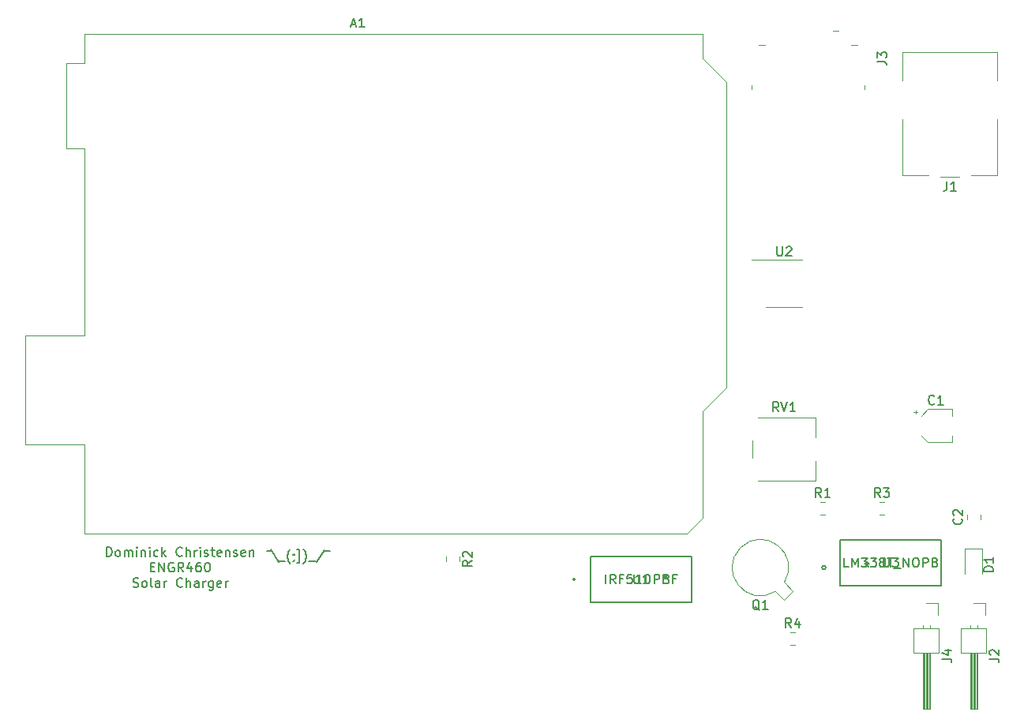
<source format=gbr>
G04 #@! TF.GenerationSoftware,KiCad,Pcbnew,(5.1.5)-3*
G04 #@! TF.CreationDate,2020-04-27T02:41:32-07:00*
G04 #@! TF.ProjectId,SolaRCharger,536f6c61-5243-4686-9172-6765722e6b69,rev?*
G04 #@! TF.SameCoordinates,Original*
G04 #@! TF.FileFunction,Legend,Top*
G04 #@! TF.FilePolarity,Positive*
%FSLAX46Y46*%
G04 Gerber Fmt 4.6, Leading zero omitted, Abs format (unit mm)*
G04 Created by KiCad (PCBNEW (5.1.5)-3) date 2020-04-27 02:41:32*
%MOMM*%
%LPD*%
G04 APERTURE LIST*
%ADD10C,0.150000*%
%ADD11C,0.120000*%
%ADD12C,0.152400*%
G04 APERTURE END LIST*
D10*
X82979047Y-131580000D02*
X83455238Y-131580000D01*
X83407619Y-131437142D02*
X84264761Y-132722857D01*
X84169523Y-132627619D02*
X84931428Y-132627619D01*
X85455238Y-132913333D02*
X85407619Y-132865714D01*
X85312380Y-132722857D01*
X85264761Y-132627619D01*
X85217142Y-132484761D01*
X85169523Y-132246666D01*
X85169523Y-132056190D01*
X85217142Y-131818095D01*
X85264761Y-131675238D01*
X85312380Y-131580000D01*
X85407619Y-131437142D01*
X85455238Y-131389523D01*
X85883809Y-132484761D02*
X85883809Y-132532380D01*
X85836190Y-132627619D01*
X85788571Y-132675238D01*
X85836190Y-131913333D02*
X85883809Y-131960952D01*
X85836190Y-132008571D01*
X85788571Y-131960952D01*
X85836190Y-131913333D01*
X85836190Y-132008571D01*
X86217142Y-132865714D02*
X86455238Y-132865714D01*
X86455238Y-131437142D01*
X86217142Y-131437142D01*
X86883809Y-132913333D02*
X86931428Y-132865714D01*
X87026666Y-132722857D01*
X87074285Y-132627619D01*
X87121904Y-132484761D01*
X87169523Y-132246666D01*
X87169523Y-132056190D01*
X87121904Y-131818095D01*
X87074285Y-131675238D01*
X87026666Y-131580000D01*
X86931428Y-131437142D01*
X86883809Y-131389523D01*
X87407619Y-132627619D02*
X88169523Y-132627619D01*
X89121904Y-131484761D02*
X88264761Y-132770476D01*
X89264761Y-131580000D02*
X89740952Y-131580000D01*
X65779047Y-132152380D02*
X65779047Y-131152380D01*
X66017142Y-131152380D01*
X66160000Y-131200000D01*
X66255238Y-131295238D01*
X66302857Y-131390476D01*
X66350476Y-131580952D01*
X66350476Y-131723809D01*
X66302857Y-131914285D01*
X66255238Y-132009523D01*
X66160000Y-132104761D01*
X66017142Y-132152380D01*
X65779047Y-132152380D01*
X66921904Y-132152380D02*
X66826666Y-132104761D01*
X66779047Y-132057142D01*
X66731428Y-131961904D01*
X66731428Y-131676190D01*
X66779047Y-131580952D01*
X66826666Y-131533333D01*
X66921904Y-131485714D01*
X67064761Y-131485714D01*
X67160000Y-131533333D01*
X67207619Y-131580952D01*
X67255238Y-131676190D01*
X67255238Y-131961904D01*
X67207619Y-132057142D01*
X67160000Y-132104761D01*
X67064761Y-132152380D01*
X66921904Y-132152380D01*
X67683809Y-132152380D02*
X67683809Y-131485714D01*
X67683809Y-131580952D02*
X67731428Y-131533333D01*
X67826666Y-131485714D01*
X67969523Y-131485714D01*
X68064761Y-131533333D01*
X68112380Y-131628571D01*
X68112380Y-132152380D01*
X68112380Y-131628571D02*
X68160000Y-131533333D01*
X68255238Y-131485714D01*
X68398095Y-131485714D01*
X68493333Y-131533333D01*
X68540952Y-131628571D01*
X68540952Y-132152380D01*
X69017142Y-132152380D02*
X69017142Y-131485714D01*
X69017142Y-131152380D02*
X68969523Y-131200000D01*
X69017142Y-131247619D01*
X69064761Y-131200000D01*
X69017142Y-131152380D01*
X69017142Y-131247619D01*
X69493333Y-131485714D02*
X69493333Y-132152380D01*
X69493333Y-131580952D02*
X69540952Y-131533333D01*
X69636190Y-131485714D01*
X69779047Y-131485714D01*
X69874285Y-131533333D01*
X69921904Y-131628571D01*
X69921904Y-132152380D01*
X70398095Y-132152380D02*
X70398095Y-131485714D01*
X70398095Y-131152380D02*
X70350476Y-131200000D01*
X70398095Y-131247619D01*
X70445714Y-131200000D01*
X70398095Y-131152380D01*
X70398095Y-131247619D01*
X71302857Y-132104761D02*
X71207619Y-132152380D01*
X71017142Y-132152380D01*
X70921904Y-132104761D01*
X70874285Y-132057142D01*
X70826666Y-131961904D01*
X70826666Y-131676190D01*
X70874285Y-131580952D01*
X70921904Y-131533333D01*
X71017142Y-131485714D01*
X71207619Y-131485714D01*
X71302857Y-131533333D01*
X71731428Y-132152380D02*
X71731428Y-131152380D01*
X71826666Y-131771428D02*
X72112380Y-132152380D01*
X72112380Y-131485714D02*
X71731428Y-131866666D01*
X73874285Y-132057142D02*
X73826666Y-132104761D01*
X73683809Y-132152380D01*
X73588571Y-132152380D01*
X73445714Y-132104761D01*
X73350476Y-132009523D01*
X73302857Y-131914285D01*
X73255238Y-131723809D01*
X73255238Y-131580952D01*
X73302857Y-131390476D01*
X73350476Y-131295238D01*
X73445714Y-131200000D01*
X73588571Y-131152380D01*
X73683809Y-131152380D01*
X73826666Y-131200000D01*
X73874285Y-131247619D01*
X74302857Y-132152380D02*
X74302857Y-131152380D01*
X74731428Y-132152380D02*
X74731428Y-131628571D01*
X74683809Y-131533333D01*
X74588571Y-131485714D01*
X74445714Y-131485714D01*
X74350476Y-131533333D01*
X74302857Y-131580952D01*
X75207619Y-132152380D02*
X75207619Y-131485714D01*
X75207619Y-131676190D02*
X75255238Y-131580952D01*
X75302857Y-131533333D01*
X75398095Y-131485714D01*
X75493333Y-131485714D01*
X75826666Y-132152380D02*
X75826666Y-131485714D01*
X75826666Y-131152380D02*
X75779047Y-131200000D01*
X75826666Y-131247619D01*
X75874285Y-131200000D01*
X75826666Y-131152380D01*
X75826666Y-131247619D01*
X76255238Y-132104761D02*
X76350476Y-132152380D01*
X76540952Y-132152380D01*
X76636190Y-132104761D01*
X76683809Y-132009523D01*
X76683809Y-131961904D01*
X76636190Y-131866666D01*
X76540952Y-131819047D01*
X76398095Y-131819047D01*
X76302857Y-131771428D01*
X76255238Y-131676190D01*
X76255238Y-131628571D01*
X76302857Y-131533333D01*
X76398095Y-131485714D01*
X76540952Y-131485714D01*
X76636190Y-131533333D01*
X76969523Y-131485714D02*
X77350476Y-131485714D01*
X77112380Y-131152380D02*
X77112380Y-132009523D01*
X77160000Y-132104761D01*
X77255238Y-132152380D01*
X77350476Y-132152380D01*
X78064761Y-132104761D02*
X77969523Y-132152380D01*
X77779047Y-132152380D01*
X77683809Y-132104761D01*
X77636190Y-132009523D01*
X77636190Y-131628571D01*
X77683809Y-131533333D01*
X77779047Y-131485714D01*
X77969523Y-131485714D01*
X78064761Y-131533333D01*
X78112380Y-131628571D01*
X78112380Y-131723809D01*
X77636190Y-131819047D01*
X78540952Y-131485714D02*
X78540952Y-132152380D01*
X78540952Y-131580952D02*
X78588571Y-131533333D01*
X78683809Y-131485714D01*
X78826666Y-131485714D01*
X78921904Y-131533333D01*
X78969523Y-131628571D01*
X78969523Y-132152380D01*
X79398095Y-132104761D02*
X79493333Y-132152380D01*
X79683809Y-132152380D01*
X79779047Y-132104761D01*
X79826666Y-132009523D01*
X79826666Y-131961904D01*
X79779047Y-131866666D01*
X79683809Y-131819047D01*
X79540952Y-131819047D01*
X79445714Y-131771428D01*
X79398095Y-131676190D01*
X79398095Y-131628571D01*
X79445714Y-131533333D01*
X79540952Y-131485714D01*
X79683809Y-131485714D01*
X79779047Y-131533333D01*
X80636190Y-132104761D02*
X80540952Y-132152380D01*
X80350476Y-132152380D01*
X80255238Y-132104761D01*
X80207619Y-132009523D01*
X80207619Y-131628571D01*
X80255238Y-131533333D01*
X80350476Y-131485714D01*
X80540952Y-131485714D01*
X80636190Y-131533333D01*
X80683809Y-131628571D01*
X80683809Y-131723809D01*
X80207619Y-131819047D01*
X81112380Y-131485714D02*
X81112380Y-132152380D01*
X81112380Y-131580952D02*
X81160000Y-131533333D01*
X81255238Y-131485714D01*
X81398095Y-131485714D01*
X81493333Y-131533333D01*
X81540952Y-131628571D01*
X81540952Y-132152380D01*
X70493333Y-133278571D02*
X70826666Y-133278571D01*
X70969523Y-133802380D02*
X70493333Y-133802380D01*
X70493333Y-132802380D01*
X70969523Y-132802380D01*
X71398095Y-133802380D02*
X71398095Y-132802380D01*
X71969523Y-133802380D01*
X71969523Y-132802380D01*
X72969523Y-132850000D02*
X72874285Y-132802380D01*
X72731428Y-132802380D01*
X72588571Y-132850000D01*
X72493333Y-132945238D01*
X72445714Y-133040476D01*
X72398095Y-133230952D01*
X72398095Y-133373809D01*
X72445714Y-133564285D01*
X72493333Y-133659523D01*
X72588571Y-133754761D01*
X72731428Y-133802380D01*
X72826666Y-133802380D01*
X72969523Y-133754761D01*
X73017142Y-133707142D01*
X73017142Y-133373809D01*
X72826666Y-133373809D01*
X74017142Y-133802380D02*
X73683809Y-133326190D01*
X73445714Y-133802380D02*
X73445714Y-132802380D01*
X73826666Y-132802380D01*
X73921904Y-132850000D01*
X73969523Y-132897619D01*
X74017142Y-132992857D01*
X74017142Y-133135714D01*
X73969523Y-133230952D01*
X73921904Y-133278571D01*
X73826666Y-133326190D01*
X73445714Y-133326190D01*
X74874285Y-133135714D02*
X74874285Y-133802380D01*
X74636190Y-132754761D02*
X74398095Y-133469047D01*
X75017142Y-133469047D01*
X75826666Y-132802380D02*
X75636190Y-132802380D01*
X75540952Y-132850000D01*
X75493333Y-132897619D01*
X75398095Y-133040476D01*
X75350476Y-133230952D01*
X75350476Y-133611904D01*
X75398095Y-133707142D01*
X75445714Y-133754761D01*
X75540952Y-133802380D01*
X75731428Y-133802380D01*
X75826666Y-133754761D01*
X75874285Y-133707142D01*
X75921904Y-133611904D01*
X75921904Y-133373809D01*
X75874285Y-133278571D01*
X75826666Y-133230952D01*
X75731428Y-133183333D01*
X75540952Y-133183333D01*
X75445714Y-133230952D01*
X75398095Y-133278571D01*
X75350476Y-133373809D01*
X76540952Y-132802380D02*
X76636190Y-132802380D01*
X76731428Y-132850000D01*
X76779047Y-132897619D01*
X76826666Y-132992857D01*
X76874285Y-133183333D01*
X76874285Y-133421428D01*
X76826666Y-133611904D01*
X76779047Y-133707142D01*
X76731428Y-133754761D01*
X76636190Y-133802380D01*
X76540952Y-133802380D01*
X76445714Y-133754761D01*
X76398095Y-133707142D01*
X76350476Y-133611904D01*
X76302857Y-133421428D01*
X76302857Y-133183333D01*
X76350476Y-132992857D01*
X76398095Y-132897619D01*
X76445714Y-132850000D01*
X76540952Y-132802380D01*
X68612380Y-135404761D02*
X68755238Y-135452380D01*
X68993333Y-135452380D01*
X69088571Y-135404761D01*
X69136190Y-135357142D01*
X69183809Y-135261904D01*
X69183809Y-135166666D01*
X69136190Y-135071428D01*
X69088571Y-135023809D01*
X68993333Y-134976190D01*
X68802857Y-134928571D01*
X68707619Y-134880952D01*
X68660000Y-134833333D01*
X68612380Y-134738095D01*
X68612380Y-134642857D01*
X68660000Y-134547619D01*
X68707619Y-134500000D01*
X68802857Y-134452380D01*
X69040952Y-134452380D01*
X69183809Y-134500000D01*
X69755238Y-135452380D02*
X69660000Y-135404761D01*
X69612380Y-135357142D01*
X69564761Y-135261904D01*
X69564761Y-134976190D01*
X69612380Y-134880952D01*
X69660000Y-134833333D01*
X69755238Y-134785714D01*
X69898095Y-134785714D01*
X69993333Y-134833333D01*
X70040952Y-134880952D01*
X70088571Y-134976190D01*
X70088571Y-135261904D01*
X70040952Y-135357142D01*
X69993333Y-135404761D01*
X69898095Y-135452380D01*
X69755238Y-135452380D01*
X70660000Y-135452380D02*
X70564761Y-135404761D01*
X70517142Y-135309523D01*
X70517142Y-134452380D01*
X71469523Y-135452380D02*
X71469523Y-134928571D01*
X71421904Y-134833333D01*
X71326666Y-134785714D01*
X71136190Y-134785714D01*
X71040952Y-134833333D01*
X71469523Y-135404761D02*
X71374285Y-135452380D01*
X71136190Y-135452380D01*
X71040952Y-135404761D01*
X70993333Y-135309523D01*
X70993333Y-135214285D01*
X71040952Y-135119047D01*
X71136190Y-135071428D01*
X71374285Y-135071428D01*
X71469523Y-135023809D01*
X71945714Y-135452380D02*
X71945714Y-134785714D01*
X71945714Y-134976190D02*
X71993333Y-134880952D01*
X72040952Y-134833333D01*
X72136190Y-134785714D01*
X72231428Y-134785714D01*
X73898095Y-135357142D02*
X73850476Y-135404761D01*
X73707619Y-135452380D01*
X73612380Y-135452380D01*
X73469523Y-135404761D01*
X73374285Y-135309523D01*
X73326666Y-135214285D01*
X73279047Y-135023809D01*
X73279047Y-134880952D01*
X73326666Y-134690476D01*
X73374285Y-134595238D01*
X73469523Y-134500000D01*
X73612380Y-134452380D01*
X73707619Y-134452380D01*
X73850476Y-134500000D01*
X73898095Y-134547619D01*
X74326666Y-135452380D02*
X74326666Y-134452380D01*
X74755238Y-135452380D02*
X74755238Y-134928571D01*
X74707619Y-134833333D01*
X74612380Y-134785714D01*
X74469523Y-134785714D01*
X74374285Y-134833333D01*
X74326666Y-134880952D01*
X75660000Y-135452380D02*
X75660000Y-134928571D01*
X75612380Y-134833333D01*
X75517142Y-134785714D01*
X75326666Y-134785714D01*
X75231428Y-134833333D01*
X75660000Y-135404761D02*
X75564761Y-135452380D01*
X75326666Y-135452380D01*
X75231428Y-135404761D01*
X75183809Y-135309523D01*
X75183809Y-135214285D01*
X75231428Y-135119047D01*
X75326666Y-135071428D01*
X75564761Y-135071428D01*
X75660000Y-135023809D01*
X76136190Y-135452380D02*
X76136190Y-134785714D01*
X76136190Y-134976190D02*
X76183809Y-134880952D01*
X76231428Y-134833333D01*
X76326666Y-134785714D01*
X76421904Y-134785714D01*
X77183809Y-134785714D02*
X77183809Y-135595238D01*
X77136190Y-135690476D01*
X77088571Y-135738095D01*
X76993333Y-135785714D01*
X76850476Y-135785714D01*
X76755238Y-135738095D01*
X77183809Y-135404761D02*
X77088571Y-135452380D01*
X76898095Y-135452380D01*
X76802857Y-135404761D01*
X76755238Y-135357142D01*
X76707619Y-135261904D01*
X76707619Y-134976190D01*
X76755238Y-134880952D01*
X76802857Y-134833333D01*
X76898095Y-134785714D01*
X77088571Y-134785714D01*
X77183809Y-134833333D01*
X78040952Y-135404761D02*
X77945714Y-135452380D01*
X77755238Y-135452380D01*
X77660000Y-135404761D01*
X77612380Y-135309523D01*
X77612380Y-134928571D01*
X77660000Y-134833333D01*
X77755238Y-134785714D01*
X77945714Y-134785714D01*
X78040952Y-134833333D01*
X78088571Y-134928571D01*
X78088571Y-135023809D01*
X77612380Y-135119047D01*
X78517142Y-135452380D02*
X78517142Y-134785714D01*
X78517142Y-134976190D02*
X78564761Y-134880952D01*
X78612380Y-134833333D01*
X78707619Y-134785714D01*
X78802857Y-134785714D01*
D11*
X129670000Y-116590000D02*
X132210000Y-114050000D01*
X129670000Y-128020000D02*
X129670000Y-116590000D01*
X128020000Y-129670000D02*
X129670000Y-128020000D01*
X63370000Y-129670000D02*
X128020000Y-129670000D01*
X63370000Y-120140000D02*
X63370000Y-129670000D01*
X57020000Y-120140000D02*
X63370000Y-120140000D01*
X57020000Y-108460000D02*
X57020000Y-120140000D01*
X63370000Y-108460000D02*
X57020000Y-108460000D01*
X63370000Y-88390000D02*
X63370000Y-108460000D01*
X61470000Y-88390000D02*
X63370000Y-88390000D01*
X61470000Y-79250000D02*
X61470000Y-88390000D01*
X63370000Y-79250000D02*
X61470000Y-79250000D01*
X63370000Y-76070000D02*
X63370000Y-79250000D01*
X129670000Y-76070000D02*
X63370000Y-76070000D01*
X129670000Y-78740000D02*
X129670000Y-76070000D01*
X132210000Y-81280000D02*
X129670000Y-78740000D01*
X132210000Y-114050000D02*
X132210000Y-81280000D01*
X157210000Y-91470000D02*
X155210000Y-91470000D01*
X161320000Y-78060000D02*
X161320000Y-81120000D01*
X151100000Y-78060000D02*
X161320000Y-78060000D01*
X151100000Y-81120000D02*
X151100000Y-78060000D01*
X151100000Y-91280000D02*
X151100000Y-85220000D01*
X153910000Y-91280000D02*
X151100000Y-91280000D01*
X161320000Y-91280000D02*
X158510000Y-91280000D01*
X161320000Y-85220000D02*
X161320000Y-91280000D01*
D12*
X142887700Y-133350000D02*
G75*
G03X142887700Y-133350000I-203200J0D01*
G01*
X144462500Y-130365500D02*
X144462500Y-135318500D01*
X155257500Y-130365500D02*
X144462500Y-130365500D01*
X155257500Y-135318500D02*
X155257500Y-130365500D01*
X144462500Y-135318500D02*
X155257500Y-135318500D01*
D11*
X138430000Y-100310000D02*
X134980000Y-100310000D01*
X138430000Y-100310000D02*
X140380000Y-100310000D01*
X138430000Y-105430000D02*
X136480000Y-105430000D01*
X138430000Y-105430000D02*
X140380000Y-105430000D01*
D12*
X116054200Y-134620000D02*
G75*
G03X116054200Y-134620000I-127000J0D01*
G01*
X117705200Y-132168900D02*
X117705200Y-137071100D01*
X128474800Y-132168900D02*
X117705200Y-132168900D01*
X128474800Y-137071100D02*
X128474800Y-132168900D01*
X117705200Y-137071100D02*
X128474800Y-137071100D01*
D11*
X141800000Y-121890000D02*
X141800000Y-124020000D01*
X141800000Y-117279000D02*
X141800000Y-119410000D01*
X135060000Y-119741000D02*
X135060000Y-121560000D01*
X135596000Y-124020000D02*
X141800000Y-124020000D01*
X135596000Y-117279000D02*
X141800000Y-117279000D01*
X139108922Y-141680000D02*
X139626078Y-141680000D01*
X139108922Y-140260000D02*
X139626078Y-140260000D01*
X148663922Y-127710000D02*
X149181078Y-127710000D01*
X148663922Y-126290000D02*
X149181078Y-126290000D01*
X102160000Y-132153922D02*
X102160000Y-132671078D01*
X103580000Y-132153922D02*
X103580000Y-132671078D01*
X142313922Y-127710000D02*
X142831078Y-127710000D01*
X142313922Y-126290000D02*
X142831078Y-126290000D01*
X138462150Y-134932544D02*
G75*
G03X137472331Y-135922281I-2572150J1582544D01*
G01*
X139374448Y-135844499D02*
X138462281Y-134932331D01*
X138384499Y-136834448D02*
X139374448Y-135844499D01*
X137472331Y-135922281D02*
X138384499Y-136834448D01*
X154940000Y-137160000D02*
X154940000Y-138430000D01*
X153670000Y-137160000D02*
X154940000Y-137160000D01*
X153290000Y-139540000D02*
X153290000Y-139870000D01*
X154050000Y-139540000D02*
X154050000Y-139870000D01*
X153390000Y-142530000D02*
X153390000Y-148530000D01*
X153510000Y-142530000D02*
X153510000Y-148530000D01*
X153630000Y-142530000D02*
X153630000Y-148530000D01*
X153750000Y-142530000D02*
X153750000Y-148530000D01*
X153870000Y-142530000D02*
X153870000Y-148530000D01*
X153990000Y-142530000D02*
X153990000Y-148530000D01*
X153290000Y-148530000D02*
X153290000Y-142530000D01*
X154050000Y-148530000D02*
X153290000Y-148530000D01*
X154050000Y-142530000D02*
X154050000Y-148530000D01*
X155000000Y-142530000D02*
X155000000Y-139870000D01*
X152340000Y-142530000D02*
X155000000Y-142530000D01*
X152340000Y-139870000D02*
X152340000Y-142530000D01*
X155000000Y-139870000D02*
X152340000Y-139870000D01*
X143670000Y-75805000D02*
X144270000Y-75805000D01*
X136360000Y-77315000D02*
X135680000Y-77315000D01*
X134910000Y-82055000D02*
X134910000Y-81655000D01*
X147030000Y-82055000D02*
X147030000Y-81655000D01*
X145580000Y-77315000D02*
X146260000Y-77315000D01*
X160020000Y-137160000D02*
X160020000Y-138430000D01*
X158750000Y-137160000D02*
X160020000Y-137160000D01*
X158370000Y-139540000D02*
X158370000Y-139870000D01*
X159130000Y-139540000D02*
X159130000Y-139870000D01*
X158470000Y-142530000D02*
X158470000Y-148530000D01*
X158590000Y-142530000D02*
X158590000Y-148530000D01*
X158710000Y-142530000D02*
X158710000Y-148530000D01*
X158830000Y-142530000D02*
X158830000Y-148530000D01*
X158950000Y-142530000D02*
X158950000Y-148530000D01*
X159070000Y-142530000D02*
X159070000Y-148530000D01*
X158370000Y-148530000D02*
X158370000Y-142530000D01*
X159130000Y-148530000D02*
X158370000Y-148530000D01*
X159130000Y-142530000D02*
X159130000Y-148530000D01*
X160080000Y-142530000D02*
X160080000Y-139870000D01*
X157420000Y-142530000D02*
X160080000Y-142530000D01*
X157420000Y-139870000D02*
X157420000Y-142530000D01*
X160080000Y-139870000D02*
X157420000Y-139870000D01*
X157790000Y-131332500D02*
X157790000Y-134017500D01*
X159710000Y-131332500D02*
X157790000Y-131332500D01*
X159710000Y-134017500D02*
X159710000Y-131332500D01*
X159460000Y-128196078D02*
X159460000Y-127678922D01*
X158040000Y-128196078D02*
X158040000Y-127678922D01*
X152522500Y-116487500D02*
X152522500Y-116862500D01*
X152335000Y-116675000D02*
X152710000Y-116675000D01*
X153139437Y-119170000D02*
X153839437Y-119870000D01*
X153139437Y-117050000D02*
X153839437Y-116350000D01*
X153839437Y-119870000D02*
X156470000Y-119870000D01*
X153839437Y-116350000D02*
X156470000Y-116350000D01*
X156470000Y-116350000D02*
X156470000Y-117050000D01*
X156470000Y-119870000D02*
X156470000Y-119170000D01*
D10*
X91995714Y-75096666D02*
X92471904Y-75096666D01*
X91900476Y-75382380D02*
X92233809Y-74382380D01*
X92567142Y-75382380D01*
X93424285Y-75382380D02*
X92852857Y-75382380D01*
X93138571Y-75382380D02*
X93138571Y-74382380D01*
X93043333Y-74525238D01*
X92948095Y-74620476D01*
X92852857Y-74668095D01*
X155876666Y-91922380D02*
X155876666Y-92636666D01*
X155829047Y-92779523D01*
X155733809Y-92874761D01*
X155590952Y-92922380D01*
X155495714Y-92922380D01*
X156876666Y-92922380D02*
X156305238Y-92922380D01*
X156590952Y-92922380D02*
X156590952Y-91922380D01*
X156495714Y-92065238D01*
X156400476Y-92160476D01*
X156305238Y-92208095D01*
X149098095Y-132294380D02*
X149098095Y-133103904D01*
X149145714Y-133199142D01*
X149193333Y-133246761D01*
X149288571Y-133294380D01*
X149479047Y-133294380D01*
X149574285Y-133246761D01*
X149621904Y-133199142D01*
X149669523Y-133103904D01*
X149669523Y-132294380D01*
X150050476Y-132294380D02*
X150669523Y-132294380D01*
X150336190Y-132675333D01*
X150479047Y-132675333D01*
X150574285Y-132722952D01*
X150621904Y-132770571D01*
X150669523Y-132865809D01*
X150669523Y-133103904D01*
X150621904Y-133199142D01*
X150574285Y-133246761D01*
X150479047Y-133294380D01*
X150193333Y-133294380D01*
X150098095Y-133246761D01*
X150050476Y-133199142D01*
X145360000Y-133294380D02*
X144883809Y-133294380D01*
X144883809Y-132294380D01*
X145693333Y-133294380D02*
X145693333Y-132294380D01*
X146026666Y-133008666D01*
X146360000Y-132294380D01*
X146360000Y-133294380D01*
X146740952Y-132294380D02*
X147360000Y-132294380D01*
X147026666Y-132675333D01*
X147169523Y-132675333D01*
X147264761Y-132722952D01*
X147312380Y-132770571D01*
X147360000Y-132865809D01*
X147360000Y-133103904D01*
X147312380Y-133199142D01*
X147264761Y-133246761D01*
X147169523Y-133294380D01*
X146883809Y-133294380D01*
X146788571Y-133246761D01*
X146740952Y-133199142D01*
X147693333Y-132294380D02*
X148312380Y-132294380D01*
X147979047Y-132675333D01*
X148121904Y-132675333D01*
X148217142Y-132722952D01*
X148264761Y-132770571D01*
X148312380Y-132865809D01*
X148312380Y-133103904D01*
X148264761Y-133199142D01*
X148217142Y-133246761D01*
X148121904Y-133294380D01*
X147836190Y-133294380D01*
X147740952Y-133246761D01*
X147693333Y-133199142D01*
X148883809Y-132722952D02*
X148788571Y-132675333D01*
X148740952Y-132627714D01*
X148693333Y-132532476D01*
X148693333Y-132484857D01*
X148740952Y-132389619D01*
X148788571Y-132342000D01*
X148883809Y-132294380D01*
X149074285Y-132294380D01*
X149169523Y-132342000D01*
X149217142Y-132389619D01*
X149264761Y-132484857D01*
X149264761Y-132532476D01*
X149217142Y-132627714D01*
X149169523Y-132675333D01*
X149074285Y-132722952D01*
X148883809Y-132722952D01*
X148788571Y-132770571D01*
X148740952Y-132818190D01*
X148693333Y-132913428D01*
X148693333Y-133103904D01*
X148740952Y-133199142D01*
X148788571Y-133246761D01*
X148883809Y-133294380D01*
X149074285Y-133294380D01*
X149169523Y-133246761D01*
X149217142Y-133199142D01*
X149264761Y-133103904D01*
X149264761Y-132913428D01*
X149217142Y-132818190D01*
X149169523Y-132770571D01*
X149074285Y-132722952D01*
X149550476Y-132294380D02*
X150121904Y-132294380D01*
X149836190Y-133294380D02*
X149836190Y-132294380D01*
X150217142Y-133389619D02*
X150979047Y-133389619D01*
X151217142Y-133294380D02*
X151217142Y-132294380D01*
X151788571Y-133294380D01*
X151788571Y-132294380D01*
X152455238Y-132294380D02*
X152645714Y-132294380D01*
X152740952Y-132342000D01*
X152836190Y-132437238D01*
X152883809Y-132627714D01*
X152883809Y-132961047D01*
X152836190Y-133151523D01*
X152740952Y-133246761D01*
X152645714Y-133294380D01*
X152455238Y-133294380D01*
X152360000Y-133246761D01*
X152264761Y-133151523D01*
X152217142Y-132961047D01*
X152217142Y-132627714D01*
X152264761Y-132437238D01*
X152360000Y-132342000D01*
X152455238Y-132294380D01*
X153312380Y-133294380D02*
X153312380Y-132294380D01*
X153693333Y-132294380D01*
X153788571Y-132342000D01*
X153836190Y-132389619D01*
X153883809Y-132484857D01*
X153883809Y-132627714D01*
X153836190Y-132722952D01*
X153788571Y-132770571D01*
X153693333Y-132818190D01*
X153312380Y-132818190D01*
X154645714Y-132770571D02*
X154788571Y-132818190D01*
X154836190Y-132865809D01*
X154883809Y-132961047D01*
X154883809Y-133103904D01*
X154836190Y-133199142D01*
X154788571Y-133246761D01*
X154693333Y-133294380D01*
X154312380Y-133294380D01*
X154312380Y-132294380D01*
X154645714Y-132294380D01*
X154740952Y-132342000D01*
X154788571Y-132389619D01*
X154836190Y-132484857D01*
X154836190Y-132580095D01*
X154788571Y-132675333D01*
X154740952Y-132722952D01*
X154645714Y-132770571D01*
X154312380Y-132770571D01*
X147320000Y-132802380D02*
X147320000Y-133040476D01*
X147081904Y-132945238D02*
X147320000Y-133040476D01*
X147558095Y-132945238D01*
X147177142Y-133230952D02*
X147320000Y-133040476D01*
X147462857Y-133230952D01*
X137668095Y-98922380D02*
X137668095Y-99731904D01*
X137715714Y-99827142D01*
X137763333Y-99874761D01*
X137858571Y-99922380D01*
X138049047Y-99922380D01*
X138144285Y-99874761D01*
X138191904Y-99827142D01*
X138239523Y-99731904D01*
X138239523Y-98922380D01*
X138668095Y-99017619D02*
X138715714Y-98970000D01*
X138810952Y-98922380D01*
X139049047Y-98922380D01*
X139144285Y-98970000D01*
X139191904Y-99017619D01*
X139239523Y-99112857D01*
X139239523Y-99208095D01*
X139191904Y-99350952D01*
X138620476Y-99922380D01*
X139239523Y-99922380D01*
X122328095Y-134072380D02*
X122328095Y-134881904D01*
X122375714Y-134977142D01*
X122423333Y-135024761D01*
X122518571Y-135072380D01*
X122709047Y-135072380D01*
X122804285Y-135024761D01*
X122851904Y-134977142D01*
X122899523Y-134881904D01*
X122899523Y-134072380D01*
X123899523Y-135072380D02*
X123328095Y-135072380D01*
X123613809Y-135072380D02*
X123613809Y-134072380D01*
X123518571Y-134215238D01*
X123423333Y-134310476D01*
X123328095Y-134358095D01*
X119304285Y-135072380D02*
X119304285Y-134072380D01*
X120351904Y-135072380D02*
X120018571Y-134596190D01*
X119780476Y-135072380D02*
X119780476Y-134072380D01*
X120161428Y-134072380D01*
X120256666Y-134120000D01*
X120304285Y-134167619D01*
X120351904Y-134262857D01*
X120351904Y-134405714D01*
X120304285Y-134500952D01*
X120256666Y-134548571D01*
X120161428Y-134596190D01*
X119780476Y-134596190D01*
X121113809Y-134548571D02*
X120780476Y-134548571D01*
X120780476Y-135072380D02*
X120780476Y-134072380D01*
X121256666Y-134072380D01*
X122113809Y-134072380D02*
X121637619Y-134072380D01*
X121590000Y-134548571D01*
X121637619Y-134500952D01*
X121732857Y-134453333D01*
X121970952Y-134453333D01*
X122066190Y-134500952D01*
X122113809Y-134548571D01*
X122161428Y-134643809D01*
X122161428Y-134881904D01*
X122113809Y-134977142D01*
X122066190Y-135024761D01*
X121970952Y-135072380D01*
X121732857Y-135072380D01*
X121637619Y-135024761D01*
X121590000Y-134977142D01*
X123113809Y-135072380D02*
X122542380Y-135072380D01*
X122828095Y-135072380D02*
X122828095Y-134072380D01*
X122732857Y-134215238D01*
X122637619Y-134310476D01*
X122542380Y-134358095D01*
X123732857Y-134072380D02*
X123828095Y-134072380D01*
X123923333Y-134120000D01*
X123970952Y-134167619D01*
X124018571Y-134262857D01*
X124066190Y-134453333D01*
X124066190Y-134691428D01*
X124018571Y-134881904D01*
X123970952Y-134977142D01*
X123923333Y-135024761D01*
X123828095Y-135072380D01*
X123732857Y-135072380D01*
X123637619Y-135024761D01*
X123590000Y-134977142D01*
X123542380Y-134881904D01*
X123494761Y-134691428D01*
X123494761Y-134453333D01*
X123542380Y-134262857D01*
X123590000Y-134167619D01*
X123637619Y-134120000D01*
X123732857Y-134072380D01*
X124494761Y-135072380D02*
X124494761Y-134072380D01*
X124875714Y-134072380D01*
X124970952Y-134120000D01*
X125018571Y-134167619D01*
X125066190Y-134262857D01*
X125066190Y-134405714D01*
X125018571Y-134500952D01*
X124970952Y-134548571D01*
X124875714Y-134596190D01*
X124494761Y-134596190D01*
X125828095Y-134548571D02*
X125970952Y-134596190D01*
X126018571Y-134643809D01*
X126066190Y-134739047D01*
X126066190Y-134881904D01*
X126018571Y-134977142D01*
X125970952Y-135024761D01*
X125875714Y-135072380D01*
X125494761Y-135072380D01*
X125494761Y-134072380D01*
X125828095Y-134072380D01*
X125923333Y-134120000D01*
X125970952Y-134167619D01*
X126018571Y-134262857D01*
X126018571Y-134358095D01*
X125970952Y-134453333D01*
X125923333Y-134500952D01*
X125828095Y-134548571D01*
X125494761Y-134548571D01*
X126828095Y-134548571D02*
X126494761Y-134548571D01*
X126494761Y-135072380D02*
X126494761Y-134072380D01*
X126970952Y-134072380D01*
X125730000Y-134072380D02*
X125730000Y-134310476D01*
X125491904Y-134215238D02*
X125730000Y-134310476D01*
X125968095Y-134215238D01*
X125587142Y-134500952D02*
X125730000Y-134310476D01*
X125872857Y-134500952D01*
X137834761Y-116602380D02*
X137501428Y-116126190D01*
X137263333Y-116602380D02*
X137263333Y-115602380D01*
X137644285Y-115602380D01*
X137739523Y-115650000D01*
X137787142Y-115697619D01*
X137834761Y-115792857D01*
X137834761Y-115935714D01*
X137787142Y-116030952D01*
X137739523Y-116078571D01*
X137644285Y-116126190D01*
X137263333Y-116126190D01*
X138120476Y-115602380D02*
X138453809Y-116602380D01*
X138787142Y-115602380D01*
X139644285Y-116602380D02*
X139072857Y-116602380D01*
X139358571Y-116602380D02*
X139358571Y-115602380D01*
X139263333Y-115745238D01*
X139168095Y-115840476D01*
X139072857Y-115888095D01*
X139200833Y-139772380D02*
X138867500Y-139296190D01*
X138629404Y-139772380D02*
X138629404Y-138772380D01*
X139010357Y-138772380D01*
X139105595Y-138820000D01*
X139153214Y-138867619D01*
X139200833Y-138962857D01*
X139200833Y-139105714D01*
X139153214Y-139200952D01*
X139105595Y-139248571D01*
X139010357Y-139296190D01*
X138629404Y-139296190D01*
X140057976Y-139105714D02*
X140057976Y-139772380D01*
X139819880Y-138724761D02*
X139581785Y-139439047D01*
X140200833Y-139439047D01*
X148755833Y-125802380D02*
X148422500Y-125326190D01*
X148184404Y-125802380D02*
X148184404Y-124802380D01*
X148565357Y-124802380D01*
X148660595Y-124850000D01*
X148708214Y-124897619D01*
X148755833Y-124992857D01*
X148755833Y-125135714D01*
X148708214Y-125230952D01*
X148660595Y-125278571D01*
X148565357Y-125326190D01*
X148184404Y-125326190D01*
X149089166Y-124802380D02*
X149708214Y-124802380D01*
X149374880Y-125183333D01*
X149517738Y-125183333D01*
X149612976Y-125230952D01*
X149660595Y-125278571D01*
X149708214Y-125373809D01*
X149708214Y-125611904D01*
X149660595Y-125707142D01*
X149612976Y-125754761D01*
X149517738Y-125802380D01*
X149232023Y-125802380D01*
X149136785Y-125754761D01*
X149089166Y-125707142D01*
X104972380Y-132579166D02*
X104496190Y-132912500D01*
X104972380Y-133150595D02*
X103972380Y-133150595D01*
X103972380Y-132769642D01*
X104020000Y-132674404D01*
X104067619Y-132626785D01*
X104162857Y-132579166D01*
X104305714Y-132579166D01*
X104400952Y-132626785D01*
X104448571Y-132674404D01*
X104496190Y-132769642D01*
X104496190Y-133150595D01*
X104067619Y-132198214D02*
X104020000Y-132150595D01*
X103972380Y-132055357D01*
X103972380Y-131817261D01*
X104020000Y-131722023D01*
X104067619Y-131674404D01*
X104162857Y-131626785D01*
X104258095Y-131626785D01*
X104400952Y-131674404D01*
X104972380Y-132245833D01*
X104972380Y-131626785D01*
X142405833Y-125802380D02*
X142072500Y-125326190D01*
X141834404Y-125802380D02*
X141834404Y-124802380D01*
X142215357Y-124802380D01*
X142310595Y-124850000D01*
X142358214Y-124897619D01*
X142405833Y-124992857D01*
X142405833Y-125135714D01*
X142358214Y-125230952D01*
X142310595Y-125278571D01*
X142215357Y-125326190D01*
X141834404Y-125326190D01*
X143358214Y-125802380D02*
X142786785Y-125802380D01*
X143072500Y-125802380D02*
X143072500Y-124802380D01*
X142977261Y-124945238D01*
X142882023Y-125040476D01*
X142786785Y-125088095D01*
X135794761Y-137917619D02*
X135699523Y-137870000D01*
X135604285Y-137774761D01*
X135461428Y-137631904D01*
X135366190Y-137584285D01*
X135270952Y-137584285D01*
X135318571Y-137822380D02*
X135223333Y-137774761D01*
X135128095Y-137679523D01*
X135080476Y-137489047D01*
X135080476Y-137155714D01*
X135128095Y-136965238D01*
X135223333Y-136870000D01*
X135318571Y-136822380D01*
X135509047Y-136822380D01*
X135604285Y-136870000D01*
X135699523Y-136965238D01*
X135747142Y-137155714D01*
X135747142Y-137489047D01*
X135699523Y-137679523D01*
X135604285Y-137774761D01*
X135509047Y-137822380D01*
X135318571Y-137822380D01*
X136699523Y-137822380D02*
X136128095Y-137822380D01*
X136413809Y-137822380D02*
X136413809Y-136822380D01*
X136318571Y-136965238D01*
X136223333Y-137060476D01*
X136128095Y-137108095D01*
X155392380Y-143148333D02*
X156106666Y-143148333D01*
X156249523Y-143195952D01*
X156344761Y-143291190D01*
X156392380Y-143434047D01*
X156392380Y-143529285D01*
X155725714Y-142243571D02*
X156392380Y-142243571D01*
X155344761Y-142481666D02*
X156059047Y-142719761D01*
X156059047Y-142100714D01*
X148422380Y-79073333D02*
X149136666Y-79073333D01*
X149279523Y-79120952D01*
X149374761Y-79216190D01*
X149422380Y-79359047D01*
X149422380Y-79454285D01*
X148422380Y-78692380D02*
X148422380Y-78073333D01*
X148803333Y-78406666D01*
X148803333Y-78263809D01*
X148850952Y-78168571D01*
X148898571Y-78120952D01*
X148993809Y-78073333D01*
X149231904Y-78073333D01*
X149327142Y-78120952D01*
X149374761Y-78168571D01*
X149422380Y-78263809D01*
X149422380Y-78549523D01*
X149374761Y-78644761D01*
X149327142Y-78692380D01*
X160472380Y-143148333D02*
X161186666Y-143148333D01*
X161329523Y-143195952D01*
X161424761Y-143291190D01*
X161472380Y-143434047D01*
X161472380Y-143529285D01*
X160567619Y-142719761D02*
X160520000Y-142672142D01*
X160472380Y-142576904D01*
X160472380Y-142338809D01*
X160520000Y-142243571D01*
X160567619Y-142195952D01*
X160662857Y-142148333D01*
X160758095Y-142148333D01*
X160900952Y-142195952D01*
X161472380Y-142767380D01*
X161472380Y-142148333D01*
X160852380Y-133755595D02*
X159852380Y-133755595D01*
X159852380Y-133517500D01*
X159900000Y-133374642D01*
X159995238Y-133279404D01*
X160090476Y-133231785D01*
X160280952Y-133184166D01*
X160423809Y-133184166D01*
X160614285Y-133231785D01*
X160709523Y-133279404D01*
X160804761Y-133374642D01*
X160852380Y-133517500D01*
X160852380Y-133755595D01*
X160852380Y-132231785D02*
X160852380Y-132803214D01*
X160852380Y-132517500D02*
X159852380Y-132517500D01*
X159995238Y-132612738D01*
X160090476Y-132707976D01*
X160138095Y-132803214D01*
X157457142Y-128104166D02*
X157504761Y-128151785D01*
X157552380Y-128294642D01*
X157552380Y-128389880D01*
X157504761Y-128532738D01*
X157409523Y-128627976D01*
X157314285Y-128675595D01*
X157123809Y-128723214D01*
X156980952Y-128723214D01*
X156790476Y-128675595D01*
X156695238Y-128627976D01*
X156600000Y-128532738D01*
X156552380Y-128389880D01*
X156552380Y-128294642D01*
X156600000Y-128151785D01*
X156647619Y-128104166D01*
X156647619Y-127723214D02*
X156600000Y-127675595D01*
X156552380Y-127580357D01*
X156552380Y-127342261D01*
X156600000Y-127247023D01*
X156647619Y-127199404D01*
X156742857Y-127151785D01*
X156838095Y-127151785D01*
X156980952Y-127199404D01*
X157552380Y-127770833D01*
X157552380Y-127151785D01*
X154543333Y-115767142D02*
X154495714Y-115814761D01*
X154352857Y-115862380D01*
X154257619Y-115862380D01*
X154114761Y-115814761D01*
X154019523Y-115719523D01*
X153971904Y-115624285D01*
X153924285Y-115433809D01*
X153924285Y-115290952D01*
X153971904Y-115100476D01*
X154019523Y-115005238D01*
X154114761Y-114910000D01*
X154257619Y-114862380D01*
X154352857Y-114862380D01*
X154495714Y-114910000D01*
X154543333Y-114957619D01*
X155495714Y-115862380D02*
X154924285Y-115862380D01*
X155210000Y-115862380D02*
X155210000Y-114862380D01*
X155114761Y-115005238D01*
X155019523Y-115100476D01*
X154924285Y-115148095D01*
M02*

</source>
